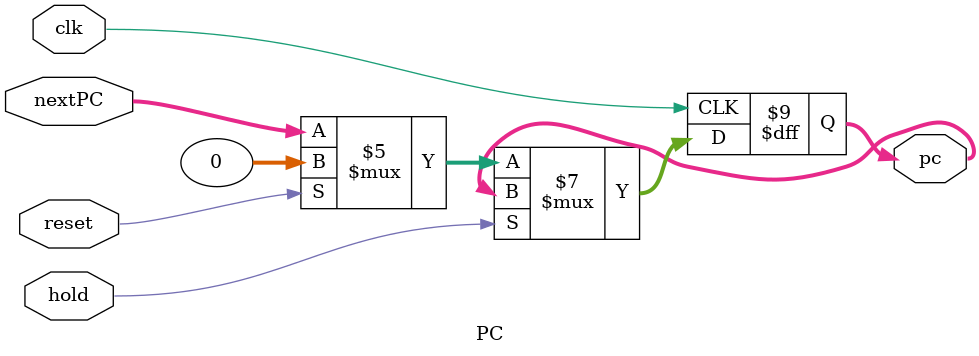
<source format=v>
module PC(clk, reset, hold, nextPC, pc);

input [31:0] nextPC;
input clk, reset, hold;
output [31:0] pc;

always @(posedge clk) begin
    if (~hold) begin
        if(reset == 1'b1) pc <= 32'b0;
        else pc <= nextPC;
    end
end
endmodule // PC
</source>
